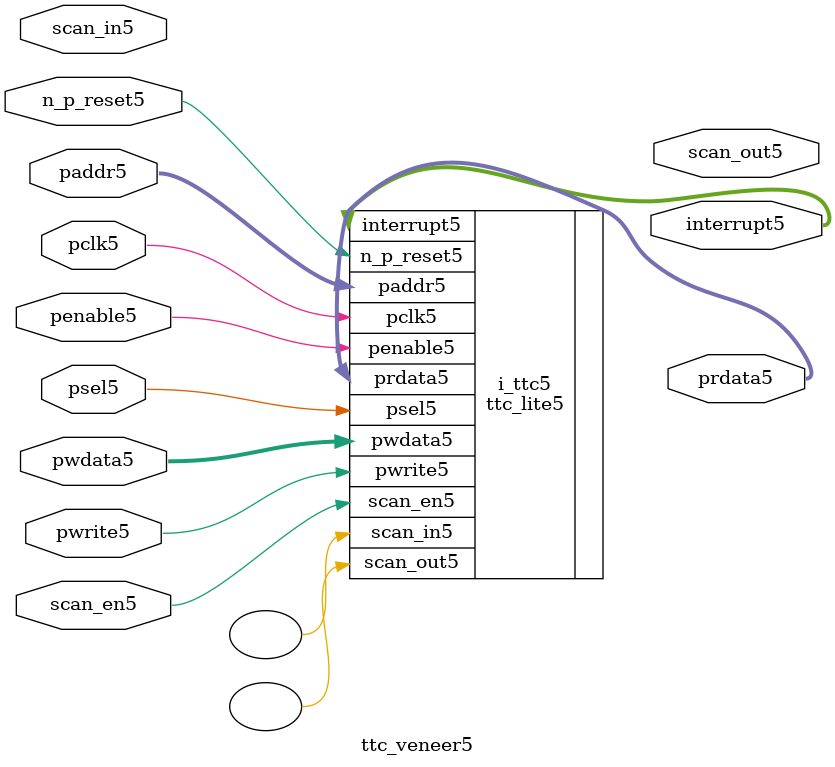
<source format=v>
module ttc_veneer5 (
           
           //inputs5
           n_p_reset5,
           pclk5,
           psel5,
           penable5,
           pwrite5,
           pwdata5,
           paddr5,
           scan_in5,
           scan_en5,

           //outputs5
           prdata5,
           interrupt5,
           scan_out5           

           );


//-----------------------------------------------------------------------------
// PORT DECLARATIONS5
//-----------------------------------------------------------------------------

   input         n_p_reset5;            //System5 Reset5
   input         pclk5;                 //System5 clock5
   input         psel5;                 //Select5 line
   input         penable5;              //Enable5
   input         pwrite5;               //Write line, 1 for write, 0 for read
   input [31:0]  pwdata5;               //Write data
   input [7:0]   paddr5;                //Address Bus5 register
   input         scan_in5;              //Scan5 chain5 input port
   input         scan_en5;              //Scan5 chain5 enable port
   
   output [31:0] prdata5;               //Read Data from the APB5 Interface5
   output [3:1]  interrupt5;            //Interrupt5 from PCI5 
   output        scan_out5;             //Scan5 chain5 output port

//##############################################################################
// if the TTC5 is NOT5 black5 boxed5 
//##############################################################################
`ifndef FV_KIT_BLACK_BOX_TTC5 

ttc_lite5 i_ttc5(

   //inputs5
   .n_p_reset5(n_p_reset5),
   .pclk5(pclk5),
   .psel5(psel5),
   .penable5(penable5),
   .pwrite5(pwrite5),
   .pwdata5(pwdata5),
   .paddr5(paddr5),
   .scan_in5(),
   .scan_en5(scan_en5),

   //outputs5
   .prdata5(prdata5),
   .interrupt5(interrupt5),
   .scan_out5()
);

`else 
//##############################################################################
// if the TTC5 is black5 boxed5 
//##############################################################################

   wire          n_p_reset5;            //System5 Reset5
   wire          pclk5;                 //System5 clock5
   wire          psel5;                 //Select5 line
   wire          penable5;              //Enable5
   wire          pwrite5;               //Write line, 1 for write, 0 for read
   wire  [31:0]  pwdata5;               //Write data
   wire  [7:0]   paddr5;                //Address Bus5 register
   wire          scan_in5;              //Scan5 chain5 wire  port
   wire          scan_en5;              //Scan5 chain5 enable port
   
   reg    [31:0] prdata5;               //Read Data from the APB5 Interface5
   reg    [3:1]  interrupt5;            //Interrupt5 from PCI5 
   reg           scan_out5;             //Scan5 chain5 reg    port

`endif
//##############################################################################
// black5 boxed5 defines5 
//##############################################################################

endmodule

</source>
